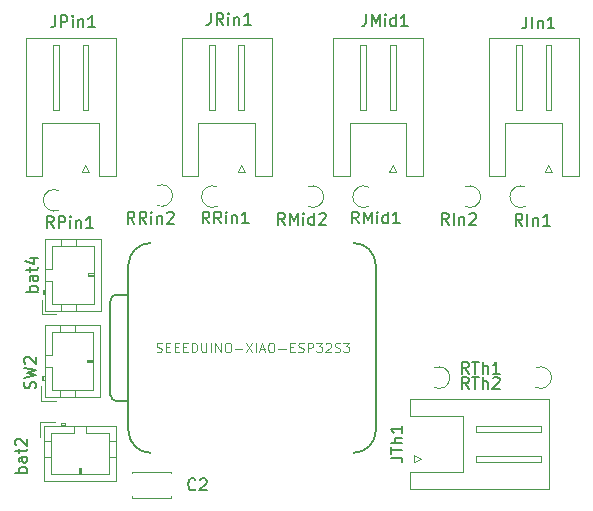
<source format=gbr>
%TF.GenerationSoftware,KiCad,Pcbnew,9.0.2*%
%TF.CreationDate,2025-08-28T12:16:00+10:00*%
%TF.ProjectId,fsr_left,6673725f-6c65-4667-942e-6b696361645f,rev?*%
%TF.SameCoordinates,Original*%
%TF.FileFunction,Legend,Top*%
%TF.FilePolarity,Positive*%
%FSLAX46Y46*%
G04 Gerber Fmt 4.6, Leading zero omitted, Abs format (unit mm)*
G04 Created by KiCad (PCBNEW 9.0.2) date 2025-08-28 12:16:00*
%MOMM*%
%LPD*%
G01*
G04 APERTURE LIST*
%ADD10C,0.150000*%
%ADD11C,0.101600*%
%ADD12C,0.120000*%
%ADD13C,0.127000*%
%ADD14C,0.100000*%
G04 APERTURE END LIST*
D10*
X168604762Y-61854819D02*
X168604762Y-62569104D01*
X168604762Y-62569104D02*
X168557143Y-62711961D01*
X168557143Y-62711961D02*
X168461905Y-62807200D01*
X168461905Y-62807200D02*
X168319048Y-62854819D01*
X168319048Y-62854819D02*
X168223810Y-62854819D01*
X169080953Y-62854819D02*
X169080953Y-61854819D01*
X169080953Y-61854819D02*
X169414286Y-62569104D01*
X169414286Y-62569104D02*
X169747619Y-61854819D01*
X169747619Y-61854819D02*
X169747619Y-62854819D01*
X170223810Y-62854819D02*
X170223810Y-62188152D01*
X170223810Y-61854819D02*
X170176191Y-61902438D01*
X170176191Y-61902438D02*
X170223810Y-61950057D01*
X170223810Y-61950057D02*
X170271429Y-61902438D01*
X170271429Y-61902438D02*
X170223810Y-61854819D01*
X170223810Y-61854819D02*
X170223810Y-61950057D01*
X171128571Y-62854819D02*
X171128571Y-61854819D01*
X171128571Y-62807200D02*
X171033333Y-62854819D01*
X171033333Y-62854819D02*
X170842857Y-62854819D01*
X170842857Y-62854819D02*
X170747619Y-62807200D01*
X170747619Y-62807200D02*
X170700000Y-62759580D01*
X170700000Y-62759580D02*
X170652381Y-62664342D01*
X170652381Y-62664342D02*
X170652381Y-62378628D01*
X170652381Y-62378628D02*
X170700000Y-62283390D01*
X170700000Y-62283390D02*
X170747619Y-62235771D01*
X170747619Y-62235771D02*
X170842857Y-62188152D01*
X170842857Y-62188152D02*
X171033333Y-62188152D01*
X171033333Y-62188152D02*
X171128571Y-62235771D01*
X172128571Y-62854819D02*
X171557143Y-62854819D01*
X171842857Y-62854819D02*
X171842857Y-61854819D01*
X171842857Y-61854819D02*
X171747619Y-61997676D01*
X171747619Y-61997676D02*
X171652381Y-62092914D01*
X171652381Y-62092914D02*
X171557143Y-62140533D01*
X155476190Y-61754819D02*
X155476190Y-62469104D01*
X155476190Y-62469104D02*
X155428571Y-62611961D01*
X155428571Y-62611961D02*
X155333333Y-62707200D01*
X155333333Y-62707200D02*
X155190476Y-62754819D01*
X155190476Y-62754819D02*
X155095238Y-62754819D01*
X156523809Y-62754819D02*
X156190476Y-62278628D01*
X155952381Y-62754819D02*
X155952381Y-61754819D01*
X155952381Y-61754819D02*
X156333333Y-61754819D01*
X156333333Y-61754819D02*
X156428571Y-61802438D01*
X156428571Y-61802438D02*
X156476190Y-61850057D01*
X156476190Y-61850057D02*
X156523809Y-61945295D01*
X156523809Y-61945295D02*
X156523809Y-62088152D01*
X156523809Y-62088152D02*
X156476190Y-62183390D01*
X156476190Y-62183390D02*
X156428571Y-62231009D01*
X156428571Y-62231009D02*
X156333333Y-62278628D01*
X156333333Y-62278628D02*
X155952381Y-62278628D01*
X156952381Y-62754819D02*
X156952381Y-62088152D01*
X156952381Y-61754819D02*
X156904762Y-61802438D01*
X156904762Y-61802438D02*
X156952381Y-61850057D01*
X156952381Y-61850057D02*
X157000000Y-61802438D01*
X157000000Y-61802438D02*
X156952381Y-61754819D01*
X156952381Y-61754819D02*
X156952381Y-61850057D01*
X157428571Y-62088152D02*
X157428571Y-62754819D01*
X157428571Y-62183390D02*
X157476190Y-62135771D01*
X157476190Y-62135771D02*
X157571428Y-62088152D01*
X157571428Y-62088152D02*
X157714285Y-62088152D01*
X157714285Y-62088152D02*
X157809523Y-62135771D01*
X157809523Y-62135771D02*
X157857142Y-62231009D01*
X157857142Y-62231009D02*
X157857142Y-62754819D01*
X158857142Y-62754819D02*
X158285714Y-62754819D01*
X158571428Y-62754819D02*
X158571428Y-61754819D01*
X158571428Y-61754819D02*
X158476190Y-61897676D01*
X158476190Y-61897676D02*
X158380952Y-61992914D01*
X158380952Y-61992914D02*
X158285714Y-62040533D01*
X161726428Y-79674819D02*
X161393095Y-79198628D01*
X161155000Y-79674819D02*
X161155000Y-78674819D01*
X161155000Y-78674819D02*
X161535952Y-78674819D01*
X161535952Y-78674819D02*
X161631190Y-78722438D01*
X161631190Y-78722438D02*
X161678809Y-78770057D01*
X161678809Y-78770057D02*
X161726428Y-78865295D01*
X161726428Y-78865295D02*
X161726428Y-79008152D01*
X161726428Y-79008152D02*
X161678809Y-79103390D01*
X161678809Y-79103390D02*
X161631190Y-79151009D01*
X161631190Y-79151009D02*
X161535952Y-79198628D01*
X161535952Y-79198628D02*
X161155000Y-79198628D01*
X162155000Y-79674819D02*
X162155000Y-78674819D01*
X162155000Y-78674819D02*
X162488333Y-79389104D01*
X162488333Y-79389104D02*
X162821666Y-78674819D01*
X162821666Y-78674819D02*
X162821666Y-79674819D01*
X163297857Y-79674819D02*
X163297857Y-79008152D01*
X163297857Y-78674819D02*
X163250238Y-78722438D01*
X163250238Y-78722438D02*
X163297857Y-78770057D01*
X163297857Y-78770057D02*
X163345476Y-78722438D01*
X163345476Y-78722438D02*
X163297857Y-78674819D01*
X163297857Y-78674819D02*
X163297857Y-78770057D01*
X164202618Y-79674819D02*
X164202618Y-78674819D01*
X164202618Y-79627200D02*
X164107380Y-79674819D01*
X164107380Y-79674819D02*
X163916904Y-79674819D01*
X163916904Y-79674819D02*
X163821666Y-79627200D01*
X163821666Y-79627200D02*
X163774047Y-79579580D01*
X163774047Y-79579580D02*
X163726428Y-79484342D01*
X163726428Y-79484342D02*
X163726428Y-79198628D01*
X163726428Y-79198628D02*
X163774047Y-79103390D01*
X163774047Y-79103390D02*
X163821666Y-79055771D01*
X163821666Y-79055771D02*
X163916904Y-79008152D01*
X163916904Y-79008152D02*
X164107380Y-79008152D01*
X164107380Y-79008152D02*
X164202618Y-79055771D01*
X164631190Y-78770057D02*
X164678809Y-78722438D01*
X164678809Y-78722438D02*
X164774047Y-78674819D01*
X164774047Y-78674819D02*
X165012142Y-78674819D01*
X165012142Y-78674819D02*
X165107380Y-78722438D01*
X165107380Y-78722438D02*
X165154999Y-78770057D01*
X165154999Y-78770057D02*
X165202618Y-78865295D01*
X165202618Y-78865295D02*
X165202618Y-78960533D01*
X165202618Y-78960533D02*
X165154999Y-79103390D01*
X165154999Y-79103390D02*
X164583571Y-79674819D01*
X164583571Y-79674819D02*
X165202618Y-79674819D01*
D11*
X150866118Y-90426716D02*
X150980404Y-90464811D01*
X150980404Y-90464811D02*
X151170880Y-90464811D01*
X151170880Y-90464811D02*
X151247071Y-90426716D01*
X151247071Y-90426716D02*
X151285166Y-90388620D01*
X151285166Y-90388620D02*
X151323261Y-90312430D01*
X151323261Y-90312430D02*
X151323261Y-90236239D01*
X151323261Y-90236239D02*
X151285166Y-90160049D01*
X151285166Y-90160049D02*
X151247071Y-90121954D01*
X151247071Y-90121954D02*
X151170880Y-90083858D01*
X151170880Y-90083858D02*
X151018499Y-90045763D01*
X151018499Y-90045763D02*
X150942309Y-90007668D01*
X150942309Y-90007668D02*
X150904214Y-89969573D01*
X150904214Y-89969573D02*
X150866118Y-89893382D01*
X150866118Y-89893382D02*
X150866118Y-89817192D01*
X150866118Y-89817192D02*
X150904214Y-89741001D01*
X150904214Y-89741001D02*
X150942309Y-89702906D01*
X150942309Y-89702906D02*
X151018499Y-89664811D01*
X151018499Y-89664811D02*
X151208976Y-89664811D01*
X151208976Y-89664811D02*
X151323261Y-89702906D01*
X151666119Y-90045763D02*
X151932785Y-90045763D01*
X152047071Y-90464811D02*
X151666119Y-90464811D01*
X151666119Y-90464811D02*
X151666119Y-89664811D01*
X151666119Y-89664811D02*
X152047071Y-89664811D01*
X152389929Y-90045763D02*
X152656595Y-90045763D01*
X152770881Y-90464811D02*
X152389929Y-90464811D01*
X152389929Y-90464811D02*
X152389929Y-89664811D01*
X152389929Y-89664811D02*
X152770881Y-89664811D01*
X153113739Y-90045763D02*
X153380405Y-90045763D01*
X153494691Y-90464811D02*
X153113739Y-90464811D01*
X153113739Y-90464811D02*
X153113739Y-89664811D01*
X153113739Y-89664811D02*
X153494691Y-89664811D01*
X153837549Y-90464811D02*
X153837549Y-89664811D01*
X153837549Y-89664811D02*
X154028025Y-89664811D01*
X154028025Y-89664811D02*
X154142311Y-89702906D01*
X154142311Y-89702906D02*
X154218501Y-89779096D01*
X154218501Y-89779096D02*
X154256596Y-89855287D01*
X154256596Y-89855287D02*
X154294692Y-90007668D01*
X154294692Y-90007668D02*
X154294692Y-90121954D01*
X154294692Y-90121954D02*
X154256596Y-90274335D01*
X154256596Y-90274335D02*
X154218501Y-90350525D01*
X154218501Y-90350525D02*
X154142311Y-90426716D01*
X154142311Y-90426716D02*
X154028025Y-90464811D01*
X154028025Y-90464811D02*
X153837549Y-90464811D01*
X154637549Y-89664811D02*
X154637549Y-90312430D01*
X154637549Y-90312430D02*
X154675644Y-90388620D01*
X154675644Y-90388620D02*
X154713739Y-90426716D01*
X154713739Y-90426716D02*
X154789930Y-90464811D01*
X154789930Y-90464811D02*
X154942311Y-90464811D01*
X154942311Y-90464811D02*
X155018501Y-90426716D01*
X155018501Y-90426716D02*
X155056596Y-90388620D01*
X155056596Y-90388620D02*
X155094692Y-90312430D01*
X155094692Y-90312430D02*
X155094692Y-89664811D01*
X155475644Y-90464811D02*
X155475644Y-89664811D01*
X155856596Y-90464811D02*
X155856596Y-89664811D01*
X155856596Y-89664811D02*
X156313739Y-90464811D01*
X156313739Y-90464811D02*
X156313739Y-89664811D01*
X156847072Y-89664811D02*
X156999453Y-89664811D01*
X156999453Y-89664811D02*
X157075643Y-89702906D01*
X157075643Y-89702906D02*
X157151834Y-89779096D01*
X157151834Y-89779096D02*
X157189929Y-89931477D01*
X157189929Y-89931477D02*
X157189929Y-90198144D01*
X157189929Y-90198144D02*
X157151834Y-90350525D01*
X157151834Y-90350525D02*
X157075643Y-90426716D01*
X157075643Y-90426716D02*
X156999453Y-90464811D01*
X156999453Y-90464811D02*
X156847072Y-90464811D01*
X156847072Y-90464811D02*
X156770881Y-90426716D01*
X156770881Y-90426716D02*
X156694691Y-90350525D01*
X156694691Y-90350525D02*
X156656595Y-90198144D01*
X156656595Y-90198144D02*
X156656595Y-89931477D01*
X156656595Y-89931477D02*
X156694691Y-89779096D01*
X156694691Y-89779096D02*
X156770881Y-89702906D01*
X156770881Y-89702906D02*
X156847072Y-89664811D01*
X157532786Y-90160049D02*
X158142310Y-90160049D01*
X158447071Y-89664811D02*
X158980405Y-90464811D01*
X158980405Y-89664811D02*
X158447071Y-90464811D01*
X159285167Y-90464811D02*
X159285167Y-89664811D01*
X159628023Y-90236239D02*
X160008976Y-90236239D01*
X159551833Y-90464811D02*
X159818500Y-89664811D01*
X159818500Y-89664811D02*
X160085166Y-90464811D01*
X160504214Y-89664811D02*
X160656595Y-89664811D01*
X160656595Y-89664811D02*
X160732785Y-89702906D01*
X160732785Y-89702906D02*
X160808976Y-89779096D01*
X160808976Y-89779096D02*
X160847071Y-89931477D01*
X160847071Y-89931477D02*
X160847071Y-90198144D01*
X160847071Y-90198144D02*
X160808976Y-90350525D01*
X160808976Y-90350525D02*
X160732785Y-90426716D01*
X160732785Y-90426716D02*
X160656595Y-90464811D01*
X160656595Y-90464811D02*
X160504214Y-90464811D01*
X160504214Y-90464811D02*
X160428023Y-90426716D01*
X160428023Y-90426716D02*
X160351833Y-90350525D01*
X160351833Y-90350525D02*
X160313737Y-90198144D01*
X160313737Y-90198144D02*
X160313737Y-89931477D01*
X160313737Y-89931477D02*
X160351833Y-89779096D01*
X160351833Y-89779096D02*
X160428023Y-89702906D01*
X160428023Y-89702906D02*
X160504214Y-89664811D01*
X161189928Y-90160049D02*
X161799452Y-90160049D01*
X162180404Y-90045763D02*
X162447070Y-90045763D01*
X162561356Y-90464811D02*
X162180404Y-90464811D01*
X162180404Y-90464811D02*
X162180404Y-89664811D01*
X162180404Y-89664811D02*
X162561356Y-89664811D01*
X162866118Y-90426716D02*
X162980404Y-90464811D01*
X162980404Y-90464811D02*
X163170880Y-90464811D01*
X163170880Y-90464811D02*
X163247071Y-90426716D01*
X163247071Y-90426716D02*
X163285166Y-90388620D01*
X163285166Y-90388620D02*
X163323261Y-90312430D01*
X163323261Y-90312430D02*
X163323261Y-90236239D01*
X163323261Y-90236239D02*
X163285166Y-90160049D01*
X163285166Y-90160049D02*
X163247071Y-90121954D01*
X163247071Y-90121954D02*
X163170880Y-90083858D01*
X163170880Y-90083858D02*
X163018499Y-90045763D01*
X163018499Y-90045763D02*
X162942309Y-90007668D01*
X162942309Y-90007668D02*
X162904214Y-89969573D01*
X162904214Y-89969573D02*
X162866118Y-89893382D01*
X162866118Y-89893382D02*
X162866118Y-89817192D01*
X162866118Y-89817192D02*
X162904214Y-89741001D01*
X162904214Y-89741001D02*
X162942309Y-89702906D01*
X162942309Y-89702906D02*
X163018499Y-89664811D01*
X163018499Y-89664811D02*
X163208976Y-89664811D01*
X163208976Y-89664811D02*
X163323261Y-89702906D01*
X163666119Y-90464811D02*
X163666119Y-89664811D01*
X163666119Y-89664811D02*
X163970881Y-89664811D01*
X163970881Y-89664811D02*
X164047071Y-89702906D01*
X164047071Y-89702906D02*
X164085166Y-89741001D01*
X164085166Y-89741001D02*
X164123262Y-89817192D01*
X164123262Y-89817192D02*
X164123262Y-89931477D01*
X164123262Y-89931477D02*
X164085166Y-90007668D01*
X164085166Y-90007668D02*
X164047071Y-90045763D01*
X164047071Y-90045763D02*
X163970881Y-90083858D01*
X163970881Y-90083858D02*
X163666119Y-90083858D01*
X164389928Y-89664811D02*
X164885166Y-89664811D01*
X164885166Y-89664811D02*
X164618500Y-89969573D01*
X164618500Y-89969573D02*
X164732785Y-89969573D01*
X164732785Y-89969573D02*
X164808976Y-90007668D01*
X164808976Y-90007668D02*
X164847071Y-90045763D01*
X164847071Y-90045763D02*
X164885166Y-90121954D01*
X164885166Y-90121954D02*
X164885166Y-90312430D01*
X164885166Y-90312430D02*
X164847071Y-90388620D01*
X164847071Y-90388620D02*
X164808976Y-90426716D01*
X164808976Y-90426716D02*
X164732785Y-90464811D01*
X164732785Y-90464811D02*
X164504214Y-90464811D01*
X164504214Y-90464811D02*
X164428023Y-90426716D01*
X164428023Y-90426716D02*
X164389928Y-90388620D01*
X165189928Y-89741001D02*
X165228024Y-89702906D01*
X165228024Y-89702906D02*
X165304214Y-89664811D01*
X165304214Y-89664811D02*
X165494690Y-89664811D01*
X165494690Y-89664811D02*
X165570881Y-89702906D01*
X165570881Y-89702906D02*
X165608976Y-89741001D01*
X165608976Y-89741001D02*
X165647071Y-89817192D01*
X165647071Y-89817192D02*
X165647071Y-89893382D01*
X165647071Y-89893382D02*
X165608976Y-90007668D01*
X165608976Y-90007668D02*
X165151833Y-90464811D01*
X165151833Y-90464811D02*
X165647071Y-90464811D01*
X165951833Y-90426716D02*
X166066119Y-90464811D01*
X166066119Y-90464811D02*
X166256595Y-90464811D01*
X166256595Y-90464811D02*
X166332786Y-90426716D01*
X166332786Y-90426716D02*
X166370881Y-90388620D01*
X166370881Y-90388620D02*
X166408976Y-90312430D01*
X166408976Y-90312430D02*
X166408976Y-90236239D01*
X166408976Y-90236239D02*
X166370881Y-90160049D01*
X166370881Y-90160049D02*
X166332786Y-90121954D01*
X166332786Y-90121954D02*
X166256595Y-90083858D01*
X166256595Y-90083858D02*
X166104214Y-90045763D01*
X166104214Y-90045763D02*
X166028024Y-90007668D01*
X166028024Y-90007668D02*
X165989929Y-89969573D01*
X165989929Y-89969573D02*
X165951833Y-89893382D01*
X165951833Y-89893382D02*
X165951833Y-89817192D01*
X165951833Y-89817192D02*
X165989929Y-89741001D01*
X165989929Y-89741001D02*
X166028024Y-89702906D01*
X166028024Y-89702906D02*
X166104214Y-89664811D01*
X166104214Y-89664811D02*
X166294691Y-89664811D01*
X166294691Y-89664811D02*
X166408976Y-89702906D01*
X166675643Y-89664811D02*
X167170881Y-89664811D01*
X167170881Y-89664811D02*
X166904215Y-89969573D01*
X166904215Y-89969573D02*
X167018500Y-89969573D01*
X167018500Y-89969573D02*
X167094691Y-90007668D01*
X167094691Y-90007668D02*
X167132786Y-90045763D01*
X167132786Y-90045763D02*
X167170881Y-90121954D01*
X167170881Y-90121954D02*
X167170881Y-90312430D01*
X167170881Y-90312430D02*
X167132786Y-90388620D01*
X167132786Y-90388620D02*
X167094691Y-90426716D01*
X167094691Y-90426716D02*
X167018500Y-90464811D01*
X167018500Y-90464811D02*
X166789929Y-90464811D01*
X166789929Y-90464811D02*
X166713738Y-90426716D01*
X166713738Y-90426716D02*
X166675643Y-90388620D01*
D10*
X148997857Y-79574819D02*
X148664524Y-79098628D01*
X148426429Y-79574819D02*
X148426429Y-78574819D01*
X148426429Y-78574819D02*
X148807381Y-78574819D01*
X148807381Y-78574819D02*
X148902619Y-78622438D01*
X148902619Y-78622438D02*
X148950238Y-78670057D01*
X148950238Y-78670057D02*
X148997857Y-78765295D01*
X148997857Y-78765295D02*
X148997857Y-78908152D01*
X148997857Y-78908152D02*
X148950238Y-79003390D01*
X148950238Y-79003390D02*
X148902619Y-79051009D01*
X148902619Y-79051009D02*
X148807381Y-79098628D01*
X148807381Y-79098628D02*
X148426429Y-79098628D01*
X149997857Y-79574819D02*
X149664524Y-79098628D01*
X149426429Y-79574819D02*
X149426429Y-78574819D01*
X149426429Y-78574819D02*
X149807381Y-78574819D01*
X149807381Y-78574819D02*
X149902619Y-78622438D01*
X149902619Y-78622438D02*
X149950238Y-78670057D01*
X149950238Y-78670057D02*
X149997857Y-78765295D01*
X149997857Y-78765295D02*
X149997857Y-78908152D01*
X149997857Y-78908152D02*
X149950238Y-79003390D01*
X149950238Y-79003390D02*
X149902619Y-79051009D01*
X149902619Y-79051009D02*
X149807381Y-79098628D01*
X149807381Y-79098628D02*
X149426429Y-79098628D01*
X150426429Y-79574819D02*
X150426429Y-78908152D01*
X150426429Y-78574819D02*
X150378810Y-78622438D01*
X150378810Y-78622438D02*
X150426429Y-78670057D01*
X150426429Y-78670057D02*
X150474048Y-78622438D01*
X150474048Y-78622438D02*
X150426429Y-78574819D01*
X150426429Y-78574819D02*
X150426429Y-78670057D01*
X150902619Y-78908152D02*
X150902619Y-79574819D01*
X150902619Y-79003390D02*
X150950238Y-78955771D01*
X150950238Y-78955771D02*
X151045476Y-78908152D01*
X151045476Y-78908152D02*
X151188333Y-78908152D01*
X151188333Y-78908152D02*
X151283571Y-78955771D01*
X151283571Y-78955771D02*
X151331190Y-79051009D01*
X151331190Y-79051009D02*
X151331190Y-79574819D01*
X151759762Y-78670057D02*
X151807381Y-78622438D01*
X151807381Y-78622438D02*
X151902619Y-78574819D01*
X151902619Y-78574819D02*
X152140714Y-78574819D01*
X152140714Y-78574819D02*
X152235952Y-78622438D01*
X152235952Y-78622438D02*
X152283571Y-78670057D01*
X152283571Y-78670057D02*
X152331190Y-78765295D01*
X152331190Y-78765295D02*
X152331190Y-78860533D01*
X152331190Y-78860533D02*
X152283571Y-79003390D01*
X152283571Y-79003390D02*
X151712143Y-79574819D01*
X151712143Y-79574819D02*
X152331190Y-79574819D01*
X140607200Y-93533332D02*
X140654819Y-93390475D01*
X140654819Y-93390475D02*
X140654819Y-93152380D01*
X140654819Y-93152380D02*
X140607200Y-93057142D01*
X140607200Y-93057142D02*
X140559580Y-93009523D01*
X140559580Y-93009523D02*
X140464342Y-92961904D01*
X140464342Y-92961904D02*
X140369104Y-92961904D01*
X140369104Y-92961904D02*
X140273866Y-93009523D01*
X140273866Y-93009523D02*
X140226247Y-93057142D01*
X140226247Y-93057142D02*
X140178628Y-93152380D01*
X140178628Y-93152380D02*
X140131009Y-93342856D01*
X140131009Y-93342856D02*
X140083390Y-93438094D01*
X140083390Y-93438094D02*
X140035771Y-93485713D01*
X140035771Y-93485713D02*
X139940533Y-93533332D01*
X139940533Y-93533332D02*
X139845295Y-93533332D01*
X139845295Y-93533332D02*
X139750057Y-93485713D01*
X139750057Y-93485713D02*
X139702438Y-93438094D01*
X139702438Y-93438094D02*
X139654819Y-93342856D01*
X139654819Y-93342856D02*
X139654819Y-93104761D01*
X139654819Y-93104761D02*
X139702438Y-92961904D01*
X139654819Y-92628570D02*
X140654819Y-92390475D01*
X140654819Y-92390475D02*
X139940533Y-92199999D01*
X139940533Y-92199999D02*
X140654819Y-92009523D01*
X140654819Y-92009523D02*
X139654819Y-91771428D01*
X139750057Y-91438094D02*
X139702438Y-91390475D01*
X139702438Y-91390475D02*
X139654819Y-91295237D01*
X139654819Y-91295237D02*
X139654819Y-91057142D01*
X139654819Y-91057142D02*
X139702438Y-90961904D01*
X139702438Y-90961904D02*
X139750057Y-90914285D01*
X139750057Y-90914285D02*
X139845295Y-90866666D01*
X139845295Y-90866666D02*
X139940533Y-90866666D01*
X139940533Y-90866666D02*
X140083390Y-90914285D01*
X140083390Y-90914285D02*
X140654819Y-91485713D01*
X140654819Y-91485713D02*
X140654819Y-90866666D01*
X167971428Y-79554819D02*
X167638095Y-79078628D01*
X167400000Y-79554819D02*
X167400000Y-78554819D01*
X167400000Y-78554819D02*
X167780952Y-78554819D01*
X167780952Y-78554819D02*
X167876190Y-78602438D01*
X167876190Y-78602438D02*
X167923809Y-78650057D01*
X167923809Y-78650057D02*
X167971428Y-78745295D01*
X167971428Y-78745295D02*
X167971428Y-78888152D01*
X167971428Y-78888152D02*
X167923809Y-78983390D01*
X167923809Y-78983390D02*
X167876190Y-79031009D01*
X167876190Y-79031009D02*
X167780952Y-79078628D01*
X167780952Y-79078628D02*
X167400000Y-79078628D01*
X168400000Y-79554819D02*
X168400000Y-78554819D01*
X168400000Y-78554819D02*
X168733333Y-79269104D01*
X168733333Y-79269104D02*
X169066666Y-78554819D01*
X169066666Y-78554819D02*
X169066666Y-79554819D01*
X169542857Y-79554819D02*
X169542857Y-78888152D01*
X169542857Y-78554819D02*
X169495238Y-78602438D01*
X169495238Y-78602438D02*
X169542857Y-78650057D01*
X169542857Y-78650057D02*
X169590476Y-78602438D01*
X169590476Y-78602438D02*
X169542857Y-78554819D01*
X169542857Y-78554819D02*
X169542857Y-78650057D01*
X170447618Y-79554819D02*
X170447618Y-78554819D01*
X170447618Y-79507200D02*
X170352380Y-79554819D01*
X170352380Y-79554819D02*
X170161904Y-79554819D01*
X170161904Y-79554819D02*
X170066666Y-79507200D01*
X170066666Y-79507200D02*
X170019047Y-79459580D01*
X170019047Y-79459580D02*
X169971428Y-79364342D01*
X169971428Y-79364342D02*
X169971428Y-79078628D01*
X169971428Y-79078628D02*
X170019047Y-78983390D01*
X170019047Y-78983390D02*
X170066666Y-78935771D01*
X170066666Y-78935771D02*
X170161904Y-78888152D01*
X170161904Y-78888152D02*
X170352380Y-78888152D01*
X170352380Y-78888152D02*
X170447618Y-78935771D01*
X171447618Y-79554819D02*
X170876190Y-79554819D01*
X171161904Y-79554819D02*
X171161904Y-78554819D01*
X171161904Y-78554819D02*
X171066666Y-78697676D01*
X171066666Y-78697676D02*
X170971428Y-78792914D01*
X170971428Y-78792914D02*
X170876190Y-78840533D01*
X139884819Y-100678571D02*
X138884819Y-100678571D01*
X139265771Y-100678571D02*
X139218152Y-100583333D01*
X139218152Y-100583333D02*
X139218152Y-100392857D01*
X139218152Y-100392857D02*
X139265771Y-100297619D01*
X139265771Y-100297619D02*
X139313390Y-100250000D01*
X139313390Y-100250000D02*
X139408628Y-100202381D01*
X139408628Y-100202381D02*
X139694342Y-100202381D01*
X139694342Y-100202381D02*
X139789580Y-100250000D01*
X139789580Y-100250000D02*
X139837200Y-100297619D01*
X139837200Y-100297619D02*
X139884819Y-100392857D01*
X139884819Y-100392857D02*
X139884819Y-100583333D01*
X139884819Y-100583333D02*
X139837200Y-100678571D01*
X139884819Y-99345238D02*
X139361009Y-99345238D01*
X139361009Y-99345238D02*
X139265771Y-99392857D01*
X139265771Y-99392857D02*
X139218152Y-99488095D01*
X139218152Y-99488095D02*
X139218152Y-99678571D01*
X139218152Y-99678571D02*
X139265771Y-99773809D01*
X139837200Y-99345238D02*
X139884819Y-99440476D01*
X139884819Y-99440476D02*
X139884819Y-99678571D01*
X139884819Y-99678571D02*
X139837200Y-99773809D01*
X139837200Y-99773809D02*
X139741961Y-99821428D01*
X139741961Y-99821428D02*
X139646723Y-99821428D01*
X139646723Y-99821428D02*
X139551485Y-99773809D01*
X139551485Y-99773809D02*
X139503866Y-99678571D01*
X139503866Y-99678571D02*
X139503866Y-99440476D01*
X139503866Y-99440476D02*
X139456247Y-99345238D01*
X139218152Y-99011904D02*
X139218152Y-98630952D01*
X138884819Y-98869047D02*
X139741961Y-98869047D01*
X139741961Y-98869047D02*
X139837200Y-98821428D01*
X139837200Y-98821428D02*
X139884819Y-98726190D01*
X139884819Y-98726190D02*
X139884819Y-98630952D01*
X138980057Y-98345237D02*
X138932438Y-98297618D01*
X138932438Y-98297618D02*
X138884819Y-98202380D01*
X138884819Y-98202380D02*
X138884819Y-97964285D01*
X138884819Y-97964285D02*
X138932438Y-97869047D01*
X138932438Y-97869047D02*
X138980057Y-97821428D01*
X138980057Y-97821428D02*
X139075295Y-97773809D01*
X139075295Y-97773809D02*
X139170533Y-97773809D01*
X139170533Y-97773809D02*
X139313390Y-97821428D01*
X139313390Y-97821428D02*
X139884819Y-98392856D01*
X139884819Y-98392856D02*
X139884819Y-97773809D01*
X170689819Y-99386666D02*
X171404104Y-99386666D01*
X171404104Y-99386666D02*
X171546961Y-99434285D01*
X171546961Y-99434285D02*
X171642200Y-99529523D01*
X171642200Y-99529523D02*
X171689819Y-99672380D01*
X171689819Y-99672380D02*
X171689819Y-99767618D01*
X170689819Y-99053332D02*
X170689819Y-98481904D01*
X171689819Y-98767618D02*
X170689819Y-98767618D01*
X171689819Y-98148570D02*
X170689819Y-98148570D01*
X171689819Y-97719999D02*
X171166009Y-97719999D01*
X171166009Y-97719999D02*
X171070771Y-97767618D01*
X171070771Y-97767618D02*
X171023152Y-97862856D01*
X171023152Y-97862856D02*
X171023152Y-98005713D01*
X171023152Y-98005713D02*
X171070771Y-98100951D01*
X171070771Y-98100951D02*
X171118390Y-98148570D01*
X171689819Y-96719999D02*
X171689819Y-97291427D01*
X171689819Y-97005713D02*
X170689819Y-97005713D01*
X170689819Y-97005713D02*
X170832676Y-97100951D01*
X170832676Y-97100951D02*
X170927914Y-97196189D01*
X170927914Y-97196189D02*
X170975533Y-97291427D01*
X154163333Y-102059580D02*
X154115714Y-102107200D01*
X154115714Y-102107200D02*
X153972857Y-102154819D01*
X153972857Y-102154819D02*
X153877619Y-102154819D01*
X153877619Y-102154819D02*
X153734762Y-102107200D01*
X153734762Y-102107200D02*
X153639524Y-102011961D01*
X153639524Y-102011961D02*
X153591905Y-101916723D01*
X153591905Y-101916723D02*
X153544286Y-101726247D01*
X153544286Y-101726247D02*
X153544286Y-101583390D01*
X153544286Y-101583390D02*
X153591905Y-101392914D01*
X153591905Y-101392914D02*
X153639524Y-101297676D01*
X153639524Y-101297676D02*
X153734762Y-101202438D01*
X153734762Y-101202438D02*
X153877619Y-101154819D01*
X153877619Y-101154819D02*
X153972857Y-101154819D01*
X153972857Y-101154819D02*
X154115714Y-101202438D01*
X154115714Y-101202438D02*
X154163333Y-101250057D01*
X154544286Y-101250057D02*
X154591905Y-101202438D01*
X154591905Y-101202438D02*
X154687143Y-101154819D01*
X154687143Y-101154819D02*
X154925238Y-101154819D01*
X154925238Y-101154819D02*
X155020476Y-101202438D01*
X155020476Y-101202438D02*
X155068095Y-101250057D01*
X155068095Y-101250057D02*
X155115714Y-101345295D01*
X155115714Y-101345295D02*
X155115714Y-101440533D01*
X155115714Y-101440533D02*
X155068095Y-101583390D01*
X155068095Y-101583390D02*
X154496667Y-102154819D01*
X154496667Y-102154819D02*
X155115714Y-102154819D01*
X140804819Y-85328571D02*
X139804819Y-85328571D01*
X140185771Y-85328571D02*
X140138152Y-85233333D01*
X140138152Y-85233333D02*
X140138152Y-85042857D01*
X140138152Y-85042857D02*
X140185771Y-84947619D01*
X140185771Y-84947619D02*
X140233390Y-84900000D01*
X140233390Y-84900000D02*
X140328628Y-84852381D01*
X140328628Y-84852381D02*
X140614342Y-84852381D01*
X140614342Y-84852381D02*
X140709580Y-84900000D01*
X140709580Y-84900000D02*
X140757200Y-84947619D01*
X140757200Y-84947619D02*
X140804819Y-85042857D01*
X140804819Y-85042857D02*
X140804819Y-85233333D01*
X140804819Y-85233333D02*
X140757200Y-85328571D01*
X140804819Y-83995238D02*
X140281009Y-83995238D01*
X140281009Y-83995238D02*
X140185771Y-84042857D01*
X140185771Y-84042857D02*
X140138152Y-84138095D01*
X140138152Y-84138095D02*
X140138152Y-84328571D01*
X140138152Y-84328571D02*
X140185771Y-84423809D01*
X140757200Y-83995238D02*
X140804819Y-84090476D01*
X140804819Y-84090476D02*
X140804819Y-84328571D01*
X140804819Y-84328571D02*
X140757200Y-84423809D01*
X140757200Y-84423809D02*
X140661961Y-84471428D01*
X140661961Y-84471428D02*
X140566723Y-84471428D01*
X140566723Y-84471428D02*
X140471485Y-84423809D01*
X140471485Y-84423809D02*
X140423866Y-84328571D01*
X140423866Y-84328571D02*
X140423866Y-84090476D01*
X140423866Y-84090476D02*
X140376247Y-83995238D01*
X140138152Y-83661904D02*
X140138152Y-83280952D01*
X139804819Y-83519047D02*
X140661961Y-83519047D01*
X140661961Y-83519047D02*
X140757200Y-83471428D01*
X140757200Y-83471428D02*
X140804819Y-83376190D01*
X140804819Y-83376190D02*
X140804819Y-83280952D01*
X140138152Y-82519047D02*
X140804819Y-82519047D01*
X139757200Y-82757142D02*
X140471485Y-82995237D01*
X140471485Y-82995237D02*
X140471485Y-82376190D01*
X155342857Y-79554819D02*
X155009524Y-79078628D01*
X154771429Y-79554819D02*
X154771429Y-78554819D01*
X154771429Y-78554819D02*
X155152381Y-78554819D01*
X155152381Y-78554819D02*
X155247619Y-78602438D01*
X155247619Y-78602438D02*
X155295238Y-78650057D01*
X155295238Y-78650057D02*
X155342857Y-78745295D01*
X155342857Y-78745295D02*
X155342857Y-78888152D01*
X155342857Y-78888152D02*
X155295238Y-78983390D01*
X155295238Y-78983390D02*
X155247619Y-79031009D01*
X155247619Y-79031009D02*
X155152381Y-79078628D01*
X155152381Y-79078628D02*
X154771429Y-79078628D01*
X156342857Y-79554819D02*
X156009524Y-79078628D01*
X155771429Y-79554819D02*
X155771429Y-78554819D01*
X155771429Y-78554819D02*
X156152381Y-78554819D01*
X156152381Y-78554819D02*
X156247619Y-78602438D01*
X156247619Y-78602438D02*
X156295238Y-78650057D01*
X156295238Y-78650057D02*
X156342857Y-78745295D01*
X156342857Y-78745295D02*
X156342857Y-78888152D01*
X156342857Y-78888152D02*
X156295238Y-78983390D01*
X156295238Y-78983390D02*
X156247619Y-79031009D01*
X156247619Y-79031009D02*
X156152381Y-79078628D01*
X156152381Y-79078628D02*
X155771429Y-79078628D01*
X156771429Y-79554819D02*
X156771429Y-78888152D01*
X156771429Y-78554819D02*
X156723810Y-78602438D01*
X156723810Y-78602438D02*
X156771429Y-78650057D01*
X156771429Y-78650057D02*
X156819048Y-78602438D01*
X156819048Y-78602438D02*
X156771429Y-78554819D01*
X156771429Y-78554819D02*
X156771429Y-78650057D01*
X157247619Y-78888152D02*
X157247619Y-79554819D01*
X157247619Y-78983390D02*
X157295238Y-78935771D01*
X157295238Y-78935771D02*
X157390476Y-78888152D01*
X157390476Y-78888152D02*
X157533333Y-78888152D01*
X157533333Y-78888152D02*
X157628571Y-78935771D01*
X157628571Y-78935771D02*
X157676190Y-79031009D01*
X157676190Y-79031009D02*
X157676190Y-79554819D01*
X158676190Y-79554819D02*
X158104762Y-79554819D01*
X158390476Y-79554819D02*
X158390476Y-78554819D01*
X158390476Y-78554819D02*
X158295238Y-78697676D01*
X158295238Y-78697676D02*
X158200000Y-78792914D01*
X158200000Y-78792914D02*
X158104762Y-78840533D01*
X142142857Y-79954819D02*
X141809524Y-79478628D01*
X141571429Y-79954819D02*
X141571429Y-78954819D01*
X141571429Y-78954819D02*
X141952381Y-78954819D01*
X141952381Y-78954819D02*
X142047619Y-79002438D01*
X142047619Y-79002438D02*
X142095238Y-79050057D01*
X142095238Y-79050057D02*
X142142857Y-79145295D01*
X142142857Y-79145295D02*
X142142857Y-79288152D01*
X142142857Y-79288152D02*
X142095238Y-79383390D01*
X142095238Y-79383390D02*
X142047619Y-79431009D01*
X142047619Y-79431009D02*
X141952381Y-79478628D01*
X141952381Y-79478628D02*
X141571429Y-79478628D01*
X142571429Y-79954819D02*
X142571429Y-78954819D01*
X142571429Y-78954819D02*
X142952381Y-78954819D01*
X142952381Y-78954819D02*
X143047619Y-79002438D01*
X143047619Y-79002438D02*
X143095238Y-79050057D01*
X143095238Y-79050057D02*
X143142857Y-79145295D01*
X143142857Y-79145295D02*
X143142857Y-79288152D01*
X143142857Y-79288152D02*
X143095238Y-79383390D01*
X143095238Y-79383390D02*
X143047619Y-79431009D01*
X143047619Y-79431009D02*
X142952381Y-79478628D01*
X142952381Y-79478628D02*
X142571429Y-79478628D01*
X143571429Y-79954819D02*
X143571429Y-79288152D01*
X143571429Y-78954819D02*
X143523810Y-79002438D01*
X143523810Y-79002438D02*
X143571429Y-79050057D01*
X143571429Y-79050057D02*
X143619048Y-79002438D01*
X143619048Y-79002438D02*
X143571429Y-78954819D01*
X143571429Y-78954819D02*
X143571429Y-79050057D01*
X144047619Y-79288152D02*
X144047619Y-79954819D01*
X144047619Y-79383390D02*
X144095238Y-79335771D01*
X144095238Y-79335771D02*
X144190476Y-79288152D01*
X144190476Y-79288152D02*
X144333333Y-79288152D01*
X144333333Y-79288152D02*
X144428571Y-79335771D01*
X144428571Y-79335771D02*
X144476190Y-79431009D01*
X144476190Y-79431009D02*
X144476190Y-79954819D01*
X145476190Y-79954819D02*
X144904762Y-79954819D01*
X145190476Y-79954819D02*
X145190476Y-78954819D01*
X145190476Y-78954819D02*
X145095238Y-79097676D01*
X145095238Y-79097676D02*
X145000000Y-79192914D01*
X145000000Y-79192914D02*
X144904762Y-79240533D01*
X182176190Y-62054819D02*
X182176190Y-62769104D01*
X182176190Y-62769104D02*
X182128571Y-62911961D01*
X182128571Y-62911961D02*
X182033333Y-63007200D01*
X182033333Y-63007200D02*
X181890476Y-63054819D01*
X181890476Y-63054819D02*
X181795238Y-63054819D01*
X182652381Y-63054819D02*
X182652381Y-62054819D01*
X183128571Y-62388152D02*
X183128571Y-63054819D01*
X183128571Y-62483390D02*
X183176190Y-62435771D01*
X183176190Y-62435771D02*
X183271428Y-62388152D01*
X183271428Y-62388152D02*
X183414285Y-62388152D01*
X183414285Y-62388152D02*
X183509523Y-62435771D01*
X183509523Y-62435771D02*
X183557142Y-62531009D01*
X183557142Y-62531009D02*
X183557142Y-63054819D01*
X184557142Y-63054819D02*
X183985714Y-63054819D01*
X184271428Y-63054819D02*
X184271428Y-62054819D01*
X184271428Y-62054819D02*
X184176190Y-62197676D01*
X184176190Y-62197676D02*
X184080952Y-62292914D01*
X184080952Y-62292914D02*
X183985714Y-62340533D01*
X177289999Y-92274819D02*
X176956666Y-91798628D01*
X176718571Y-92274819D02*
X176718571Y-91274819D01*
X176718571Y-91274819D02*
X177099523Y-91274819D01*
X177099523Y-91274819D02*
X177194761Y-91322438D01*
X177194761Y-91322438D02*
X177242380Y-91370057D01*
X177242380Y-91370057D02*
X177289999Y-91465295D01*
X177289999Y-91465295D02*
X177289999Y-91608152D01*
X177289999Y-91608152D02*
X177242380Y-91703390D01*
X177242380Y-91703390D02*
X177194761Y-91751009D01*
X177194761Y-91751009D02*
X177099523Y-91798628D01*
X177099523Y-91798628D02*
X176718571Y-91798628D01*
X177575714Y-91274819D02*
X178147142Y-91274819D01*
X177861428Y-92274819D02*
X177861428Y-91274819D01*
X178480476Y-92274819D02*
X178480476Y-91274819D01*
X178909047Y-92274819D02*
X178909047Y-91751009D01*
X178909047Y-91751009D02*
X178861428Y-91655771D01*
X178861428Y-91655771D02*
X178766190Y-91608152D01*
X178766190Y-91608152D02*
X178623333Y-91608152D01*
X178623333Y-91608152D02*
X178528095Y-91655771D01*
X178528095Y-91655771D02*
X178480476Y-91703390D01*
X179909047Y-92274819D02*
X179337619Y-92274819D01*
X179623333Y-92274819D02*
X179623333Y-91274819D01*
X179623333Y-91274819D02*
X179528095Y-91417676D01*
X179528095Y-91417676D02*
X179432857Y-91512914D01*
X179432857Y-91512914D02*
X179337619Y-91560533D01*
X177289999Y-93574819D02*
X176956666Y-93098628D01*
X176718571Y-93574819D02*
X176718571Y-92574819D01*
X176718571Y-92574819D02*
X177099523Y-92574819D01*
X177099523Y-92574819D02*
X177194761Y-92622438D01*
X177194761Y-92622438D02*
X177242380Y-92670057D01*
X177242380Y-92670057D02*
X177289999Y-92765295D01*
X177289999Y-92765295D02*
X177289999Y-92908152D01*
X177289999Y-92908152D02*
X177242380Y-93003390D01*
X177242380Y-93003390D02*
X177194761Y-93051009D01*
X177194761Y-93051009D02*
X177099523Y-93098628D01*
X177099523Y-93098628D02*
X176718571Y-93098628D01*
X177575714Y-92574819D02*
X178147142Y-92574819D01*
X177861428Y-93574819D02*
X177861428Y-92574819D01*
X178480476Y-93574819D02*
X178480476Y-92574819D01*
X178909047Y-93574819D02*
X178909047Y-93051009D01*
X178909047Y-93051009D02*
X178861428Y-92955771D01*
X178861428Y-92955771D02*
X178766190Y-92908152D01*
X178766190Y-92908152D02*
X178623333Y-92908152D01*
X178623333Y-92908152D02*
X178528095Y-92955771D01*
X178528095Y-92955771D02*
X178480476Y-93003390D01*
X179337619Y-92670057D02*
X179385238Y-92622438D01*
X179385238Y-92622438D02*
X179480476Y-92574819D01*
X179480476Y-92574819D02*
X179718571Y-92574819D01*
X179718571Y-92574819D02*
X179813809Y-92622438D01*
X179813809Y-92622438D02*
X179861428Y-92670057D01*
X179861428Y-92670057D02*
X179909047Y-92765295D01*
X179909047Y-92765295D02*
X179909047Y-92860533D01*
X179909047Y-92860533D02*
X179861428Y-93003390D01*
X179861428Y-93003390D02*
X179290000Y-93574819D01*
X179290000Y-93574819D02*
X179909047Y-93574819D01*
X175592857Y-79674819D02*
X175259524Y-79198628D01*
X175021429Y-79674819D02*
X175021429Y-78674819D01*
X175021429Y-78674819D02*
X175402381Y-78674819D01*
X175402381Y-78674819D02*
X175497619Y-78722438D01*
X175497619Y-78722438D02*
X175545238Y-78770057D01*
X175545238Y-78770057D02*
X175592857Y-78865295D01*
X175592857Y-78865295D02*
X175592857Y-79008152D01*
X175592857Y-79008152D02*
X175545238Y-79103390D01*
X175545238Y-79103390D02*
X175497619Y-79151009D01*
X175497619Y-79151009D02*
X175402381Y-79198628D01*
X175402381Y-79198628D02*
X175021429Y-79198628D01*
X176021429Y-79674819D02*
X176021429Y-78674819D01*
X176497619Y-79008152D02*
X176497619Y-79674819D01*
X176497619Y-79103390D02*
X176545238Y-79055771D01*
X176545238Y-79055771D02*
X176640476Y-79008152D01*
X176640476Y-79008152D02*
X176783333Y-79008152D01*
X176783333Y-79008152D02*
X176878571Y-79055771D01*
X176878571Y-79055771D02*
X176926190Y-79151009D01*
X176926190Y-79151009D02*
X176926190Y-79674819D01*
X177354762Y-78770057D02*
X177402381Y-78722438D01*
X177402381Y-78722438D02*
X177497619Y-78674819D01*
X177497619Y-78674819D02*
X177735714Y-78674819D01*
X177735714Y-78674819D02*
X177830952Y-78722438D01*
X177830952Y-78722438D02*
X177878571Y-78770057D01*
X177878571Y-78770057D02*
X177926190Y-78865295D01*
X177926190Y-78865295D02*
X177926190Y-78960533D01*
X177926190Y-78960533D02*
X177878571Y-79103390D01*
X177878571Y-79103390D02*
X177307143Y-79674819D01*
X177307143Y-79674819D02*
X177926190Y-79674819D01*
X181837857Y-79754819D02*
X181504524Y-79278628D01*
X181266429Y-79754819D02*
X181266429Y-78754819D01*
X181266429Y-78754819D02*
X181647381Y-78754819D01*
X181647381Y-78754819D02*
X181742619Y-78802438D01*
X181742619Y-78802438D02*
X181790238Y-78850057D01*
X181790238Y-78850057D02*
X181837857Y-78945295D01*
X181837857Y-78945295D02*
X181837857Y-79088152D01*
X181837857Y-79088152D02*
X181790238Y-79183390D01*
X181790238Y-79183390D02*
X181742619Y-79231009D01*
X181742619Y-79231009D02*
X181647381Y-79278628D01*
X181647381Y-79278628D02*
X181266429Y-79278628D01*
X182266429Y-79754819D02*
X182266429Y-78754819D01*
X182742619Y-79088152D02*
X182742619Y-79754819D01*
X182742619Y-79183390D02*
X182790238Y-79135771D01*
X182790238Y-79135771D02*
X182885476Y-79088152D01*
X182885476Y-79088152D02*
X183028333Y-79088152D01*
X183028333Y-79088152D02*
X183123571Y-79135771D01*
X183123571Y-79135771D02*
X183171190Y-79231009D01*
X183171190Y-79231009D02*
X183171190Y-79754819D01*
X184171190Y-79754819D02*
X183599762Y-79754819D01*
X183885476Y-79754819D02*
X183885476Y-78754819D01*
X183885476Y-78754819D02*
X183790238Y-78897676D01*
X183790238Y-78897676D02*
X183695000Y-78992914D01*
X183695000Y-78992914D02*
X183599762Y-79040533D01*
X142276190Y-61954819D02*
X142276190Y-62669104D01*
X142276190Y-62669104D02*
X142228571Y-62811961D01*
X142228571Y-62811961D02*
X142133333Y-62907200D01*
X142133333Y-62907200D02*
X141990476Y-62954819D01*
X141990476Y-62954819D02*
X141895238Y-62954819D01*
X142752381Y-62954819D02*
X142752381Y-61954819D01*
X142752381Y-61954819D02*
X143133333Y-61954819D01*
X143133333Y-61954819D02*
X143228571Y-62002438D01*
X143228571Y-62002438D02*
X143276190Y-62050057D01*
X143276190Y-62050057D02*
X143323809Y-62145295D01*
X143323809Y-62145295D02*
X143323809Y-62288152D01*
X143323809Y-62288152D02*
X143276190Y-62383390D01*
X143276190Y-62383390D02*
X143228571Y-62431009D01*
X143228571Y-62431009D02*
X143133333Y-62478628D01*
X143133333Y-62478628D02*
X142752381Y-62478628D01*
X143752381Y-62954819D02*
X143752381Y-62288152D01*
X143752381Y-61954819D02*
X143704762Y-62002438D01*
X143704762Y-62002438D02*
X143752381Y-62050057D01*
X143752381Y-62050057D02*
X143800000Y-62002438D01*
X143800000Y-62002438D02*
X143752381Y-61954819D01*
X143752381Y-61954819D02*
X143752381Y-62050057D01*
X144228571Y-62288152D02*
X144228571Y-62954819D01*
X144228571Y-62383390D02*
X144276190Y-62335771D01*
X144276190Y-62335771D02*
X144371428Y-62288152D01*
X144371428Y-62288152D02*
X144514285Y-62288152D01*
X144514285Y-62288152D02*
X144609523Y-62335771D01*
X144609523Y-62335771D02*
X144657142Y-62431009D01*
X144657142Y-62431009D02*
X144657142Y-62954819D01*
X145657142Y-62954819D02*
X145085714Y-62954819D01*
X145371428Y-62954819D02*
X145371428Y-61954819D01*
X145371428Y-61954819D02*
X145276190Y-62097676D01*
X145276190Y-62097676D02*
X145180952Y-62192914D01*
X145180952Y-62192914D02*
X145085714Y-62240533D01*
D12*
%TO.C,JMid1*%
X165790000Y-63835000D02*
X165790000Y-75555000D01*
X165790000Y-75555000D02*
X167210000Y-75555000D01*
X167210000Y-71055000D02*
X169600000Y-71055000D01*
X167210000Y-75555000D02*
X167210000Y-71055000D01*
X168100000Y-64445000D02*
X168100000Y-69945000D01*
X168100000Y-69945000D02*
X168600000Y-69945000D01*
X168600000Y-64445000D02*
X168100000Y-64445000D01*
X168600000Y-69945000D02*
X168600000Y-64445000D01*
X169600000Y-63835000D02*
X165790000Y-63835000D01*
X169600000Y-63835000D02*
X173410000Y-63835000D01*
X170550000Y-75245000D02*
X170850000Y-74645000D01*
X170600000Y-64445000D02*
X170600000Y-69945000D01*
X170600000Y-69945000D02*
X171100000Y-69945000D01*
X170850000Y-74645000D02*
X171150000Y-75245000D01*
X171100000Y-64445000D02*
X170600000Y-64445000D01*
X171100000Y-69945000D02*
X171100000Y-64445000D01*
X171150000Y-75245000D02*
X170550000Y-75245000D01*
X171990000Y-71055000D02*
X169600000Y-71055000D01*
X171990000Y-75555000D02*
X171990000Y-71055000D01*
X173410000Y-63835000D02*
X173410000Y-75555000D01*
X173410000Y-75555000D02*
X171990000Y-75555000D01*
%TO.C,JRin1*%
X152990000Y-63835000D02*
X152990000Y-75555000D01*
X152990000Y-75555000D02*
X154410000Y-75555000D01*
X154410000Y-71055000D02*
X156800000Y-71055000D01*
X154410000Y-75555000D02*
X154410000Y-71055000D01*
X155300000Y-64445000D02*
X155300000Y-69945000D01*
X155300000Y-69945000D02*
X155800000Y-69945000D01*
X155800000Y-64445000D02*
X155300000Y-64445000D01*
X155800000Y-69945000D02*
X155800000Y-64445000D01*
X156800000Y-63835000D02*
X152990000Y-63835000D01*
X156800000Y-63835000D02*
X160610000Y-63835000D01*
X157750000Y-75245000D02*
X158050000Y-74645000D01*
X157800000Y-64445000D02*
X157800000Y-69945000D01*
X157800000Y-69945000D02*
X158300000Y-69945000D01*
X158050000Y-74645000D02*
X158350000Y-75245000D01*
X158300000Y-64445000D02*
X157800000Y-64445000D01*
X158300000Y-69945000D02*
X158300000Y-64445000D01*
X158350000Y-75245000D02*
X157750000Y-75245000D01*
X159190000Y-71055000D02*
X156800000Y-71055000D01*
X159190000Y-75555000D02*
X159190000Y-71055000D01*
X160610000Y-63835000D02*
X160610000Y-75555000D01*
X160610000Y-75555000D02*
X159190000Y-75555000D01*
%TO.C,RMid2*%
X163687867Y-76480000D02*
G75*
G02*
X163687867Y-78120000I417133J-820000D01*
G01*
D13*
%TO.C,U1*%
X146967500Y-94091272D02*
X146967500Y-86096000D01*
X147467500Y-85596000D02*
X148477500Y-85596000D01*
D14*
X148477500Y-83115000D02*
X148477500Y-97085000D01*
D13*
X148477500Y-83115000D02*
X148477500Y-97085000D01*
X148477500Y-94595000D02*
X147467228Y-94591272D01*
X169432500Y-97085000D02*
X169432500Y-83115000D01*
X146967500Y-86096000D02*
G75*
G02*
X147467500Y-85596000I500000J0D01*
G01*
X147467228Y-94591272D02*
G75*
G02*
X146967501Y-94091272I291J500018D01*
G01*
X148477500Y-83115000D02*
G75*
G02*
X150382500Y-81210000I1905000J0D01*
G01*
X150382500Y-98990000D02*
G75*
G02*
X148477500Y-97085000I1J1905001D01*
G01*
X167527500Y-81210000D02*
G75*
G02*
X169432500Y-83115000I0J-1905000D01*
G01*
X169432500Y-97085000D02*
G75*
G02*
X167527500Y-98990000I-1905001J1D01*
G01*
D12*
%TO.C,RRin2*%
X150887867Y-76380000D02*
G75*
G02*
X150887867Y-78020000I417133J-820000D01*
G01*
%TO.C,SW2*%
X141090000Y-93310000D02*
X141090000Y-94560000D01*
X141090000Y-94560000D02*
X142340000Y-94560000D01*
X141190000Y-92500000D02*
X141190000Y-92800000D01*
X141190000Y-92800000D02*
X141390000Y-92800000D01*
X141290000Y-92500000D02*
X141290000Y-92800000D01*
X141390000Y-88140000D02*
X141390000Y-94260000D01*
X141390000Y-91700000D02*
X142000000Y-91700000D01*
X141390000Y-92500000D02*
X141190000Y-92500000D01*
X141390000Y-94260000D02*
X146110000Y-94260000D01*
X142000000Y-88750000D02*
X142000000Y-90700000D01*
X142000000Y-90700000D02*
X141390000Y-90700000D01*
X142000000Y-91700000D02*
X142000000Y-93650000D01*
X142000000Y-93650000D02*
X145500000Y-93650000D01*
X142700000Y-88140000D02*
X142700000Y-88750000D01*
X142700000Y-94260000D02*
X142700000Y-93650000D01*
X144000000Y-88140000D02*
X144000000Y-88750000D01*
X144000000Y-94260000D02*
X144000000Y-93650000D01*
X145000000Y-91100000D02*
X145500000Y-91100000D01*
X145000000Y-91300000D02*
X145000000Y-91100000D01*
X145500000Y-88750000D02*
X142000000Y-88750000D01*
X145500000Y-91200000D02*
X145000000Y-91200000D01*
X145500000Y-91300000D02*
X145000000Y-91300000D01*
X145500000Y-93650000D02*
X145500000Y-88750000D01*
X146110000Y-88140000D02*
X141390000Y-88140000D01*
X146110000Y-94260000D02*
X146110000Y-88140000D01*
%TO.C,RMid1*%
X168812133Y-78120000D02*
G75*
G02*
X168812133Y-76480000I-417133J820000D01*
G01*
%TO.C,bat2*%
X141040000Y-96390000D02*
X141040000Y-97640000D01*
X141340000Y-96690000D02*
X141340000Y-101410000D01*
X141340000Y-98000000D02*
X141950000Y-98000000D01*
X141340000Y-99300000D02*
X141950000Y-99300000D01*
X141340000Y-101410000D02*
X147460000Y-101410000D01*
X141950000Y-97300000D02*
X141950000Y-100800000D01*
X141950000Y-100800000D02*
X146850000Y-100800000D01*
X142290000Y-96390000D02*
X141040000Y-96390000D01*
X142800000Y-96490000D02*
X142800000Y-96690000D01*
X143100000Y-96490000D02*
X142800000Y-96490000D01*
X143100000Y-96590000D02*
X142800000Y-96590000D01*
X143100000Y-96690000D02*
X143100000Y-96490000D01*
X143900000Y-96690000D02*
X143900000Y-97300000D01*
X143900000Y-97300000D02*
X141950000Y-97300000D01*
X144300000Y-100300000D02*
X144500000Y-100300000D01*
X144300000Y-100800000D02*
X144300000Y-100300000D01*
X144400000Y-100800000D02*
X144400000Y-100300000D01*
X144500000Y-100300000D02*
X144500000Y-100800000D01*
X144900000Y-97300000D02*
X144900000Y-96690000D01*
X146850000Y-97300000D02*
X144900000Y-97300000D01*
X146850000Y-100800000D02*
X146850000Y-97300000D01*
X147460000Y-96690000D02*
X141340000Y-96690000D01*
X147460000Y-98000000D02*
X146850000Y-98000000D01*
X147460000Y-99300000D02*
X146850000Y-99300000D01*
X147460000Y-101410000D02*
X147460000Y-96690000D01*
%TO.C,JTh1*%
X172335000Y-94410000D02*
X172335000Y-95830000D01*
X172335000Y-95830000D02*
X176835000Y-95830000D01*
X172335000Y-100610000D02*
X176835000Y-100610000D01*
X172335000Y-102030000D02*
X172335000Y-100610000D01*
X172645000Y-99170000D02*
X173245000Y-99470000D01*
X172645000Y-99770000D02*
X172645000Y-99170000D01*
X173245000Y-99470000D02*
X172645000Y-99770000D01*
X176835000Y-95830000D02*
X176835000Y-98220000D01*
X176835000Y-100610000D02*
X176835000Y-98220000D01*
X177945000Y-96720000D02*
X177945000Y-97220000D01*
X177945000Y-97220000D02*
X183445000Y-97220000D01*
X177945000Y-99220000D02*
X177945000Y-99720000D01*
X177945000Y-99720000D02*
X183445000Y-99720000D01*
X183445000Y-96720000D02*
X177945000Y-96720000D01*
X183445000Y-97220000D02*
X183445000Y-96720000D01*
X183445000Y-99220000D02*
X177945000Y-99220000D01*
X183445000Y-99720000D02*
X183445000Y-99220000D01*
X184055000Y-94410000D02*
X172335000Y-94410000D01*
X184055000Y-98220000D02*
X184055000Y-94410000D01*
X184055000Y-98220000D02*
X184055000Y-102030000D01*
X184055000Y-102030000D02*
X172335000Y-102030000D01*
%TO.C,C2*%
X148830000Y-100580000D02*
X148830000Y-100728000D01*
X148830000Y-100580000D02*
X152070000Y-100580000D01*
X148830000Y-102672000D02*
X148830000Y-102820000D01*
X148830000Y-102820000D02*
X152070000Y-102820000D01*
X152070000Y-100580000D02*
X152070000Y-100728000D01*
X152070000Y-102672000D02*
X152070000Y-102820000D01*
%TO.C,bat4*%
X141140000Y-86010000D02*
X141140000Y-87260000D01*
X141140000Y-87260000D02*
X142390000Y-87260000D01*
X141240000Y-85200000D02*
X141240000Y-85500000D01*
X141240000Y-85500000D02*
X141440000Y-85500000D01*
X141340000Y-85200000D02*
X141340000Y-85500000D01*
X141440000Y-80840000D02*
X141440000Y-86960000D01*
X141440000Y-84400000D02*
X142050000Y-84400000D01*
X141440000Y-85200000D02*
X141240000Y-85200000D01*
X141440000Y-86960000D02*
X146160000Y-86960000D01*
X142050000Y-81450000D02*
X142050000Y-83400000D01*
X142050000Y-83400000D02*
X141440000Y-83400000D01*
X142050000Y-84400000D02*
X142050000Y-86350000D01*
X142050000Y-86350000D02*
X145550000Y-86350000D01*
X142750000Y-80840000D02*
X142750000Y-81450000D01*
X142750000Y-86960000D02*
X142750000Y-86350000D01*
X144050000Y-80840000D02*
X144050000Y-81450000D01*
X144050000Y-86960000D02*
X144050000Y-86350000D01*
X145050000Y-83800000D02*
X145550000Y-83800000D01*
X145050000Y-84000000D02*
X145050000Y-83800000D01*
X145550000Y-81450000D02*
X142050000Y-81450000D01*
X145550000Y-83900000D02*
X145050000Y-83900000D01*
X145550000Y-84000000D02*
X145050000Y-84000000D01*
X145550000Y-86350000D02*
X145550000Y-81450000D01*
X146160000Y-80840000D02*
X141440000Y-80840000D01*
X146160000Y-86960000D02*
X146160000Y-80840000D01*
%TO.C,RRin1*%
X156012133Y-78120000D02*
G75*
G02*
X156012133Y-76480000I-417133J820000D01*
G01*
%TO.C,RPin1*%
X142612133Y-78420000D02*
G75*
G02*
X142612133Y-76780000I-417133J820000D01*
G01*
%TO.C,JIn1*%
X178990000Y-63835000D02*
X178990000Y-75555000D01*
X178990000Y-75555000D02*
X180410000Y-75555000D01*
X180410000Y-71055000D02*
X182800000Y-71055000D01*
X180410000Y-75555000D02*
X180410000Y-71055000D01*
X181300000Y-64445000D02*
X181300000Y-69945000D01*
X181300000Y-69945000D02*
X181800000Y-69945000D01*
X181800000Y-64445000D02*
X181300000Y-64445000D01*
X181800000Y-69945000D02*
X181800000Y-64445000D01*
X182800000Y-63835000D02*
X178990000Y-63835000D01*
X182800000Y-63835000D02*
X186610000Y-63835000D01*
X183750000Y-75245000D02*
X184050000Y-74645000D01*
X183800000Y-64445000D02*
X183800000Y-69945000D01*
X183800000Y-69945000D02*
X184300000Y-69945000D01*
X184050000Y-74645000D02*
X184350000Y-75245000D01*
X184300000Y-64445000D02*
X183800000Y-64445000D01*
X184300000Y-69945000D02*
X184300000Y-64445000D01*
X184350000Y-75245000D02*
X183750000Y-75245000D01*
X185190000Y-71055000D02*
X182800000Y-71055000D01*
X185190000Y-75555000D02*
X185190000Y-71055000D01*
X186610000Y-63835000D02*
X186610000Y-75555000D01*
X186610000Y-75555000D02*
X185190000Y-75555000D01*
%TO.C,RTh1*%
X174377867Y-91800000D02*
G75*
G02*
X174377867Y-93440000I417133J-820000D01*
G01*
%TO.C,RTh2*%
X182977867Y-91800000D02*
G75*
G02*
X182977867Y-93440000I417133J-820000D01*
G01*
%TO.C,RIn2*%
X176982867Y-76480000D02*
G75*
G02*
X176982867Y-78120000I417133J-820000D01*
G01*
%TO.C,RIn1*%
X182112133Y-78120000D02*
G75*
G02*
X182112133Y-76480000I-417133J820000D01*
G01*
%TO.C,JPin1*%
X139790000Y-63835000D02*
X139790000Y-75555000D01*
X139790000Y-75555000D02*
X141210000Y-75555000D01*
X141210000Y-71055000D02*
X143600000Y-71055000D01*
X141210000Y-75555000D02*
X141210000Y-71055000D01*
X142100000Y-64445000D02*
X142100000Y-69945000D01*
X142100000Y-69945000D02*
X142600000Y-69945000D01*
X142600000Y-64445000D02*
X142100000Y-64445000D01*
X142600000Y-69945000D02*
X142600000Y-64445000D01*
X143600000Y-63835000D02*
X139790000Y-63835000D01*
X143600000Y-63835000D02*
X147410000Y-63835000D01*
X144550000Y-75245000D02*
X144850000Y-74645000D01*
X144600000Y-64445000D02*
X144600000Y-69945000D01*
X144600000Y-69945000D02*
X145100000Y-69945000D01*
X144850000Y-74645000D02*
X145150000Y-75245000D01*
X145100000Y-64445000D02*
X144600000Y-64445000D01*
X145100000Y-69945000D02*
X145100000Y-64445000D01*
X145150000Y-75245000D02*
X144550000Y-75245000D01*
X145990000Y-71055000D02*
X143600000Y-71055000D01*
X145990000Y-75555000D02*
X145990000Y-71055000D01*
X147410000Y-63835000D02*
X147410000Y-75555000D01*
X147410000Y-75555000D02*
X145990000Y-75555000D01*
%TD*%
M02*

</source>
